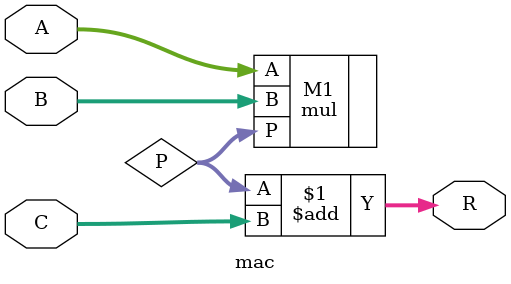
<source format=v>
`timescale 1ns / 1ps


module mac(
    input [15:0]A,B,C,
    output [31:0]R
    );
    wire [31:0]P;
    mul M1(.A(A), .B(B), .P(P));
    
    assign R = P+C;
    
endmodule

</source>
